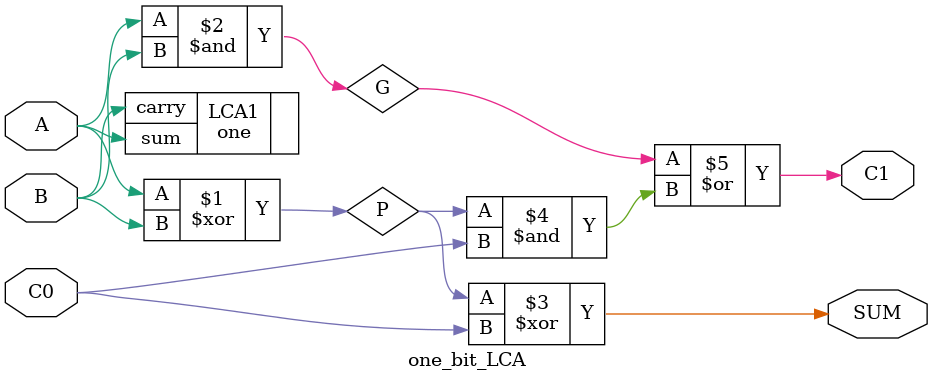
<source format=v>
`timescale 1ns / 1ps
module one_bit_LCA(A, B, C0, C1, SUM);

input A;
input B;
input C0 ;
output SUM ;  // The inputs of this LCA is the output of the carry_maskable_adder so these inputs le lia
output C1 ;					// call that function of one bit cafrry maskable adder/..... 

wire P ;
wire G ;

one LCA1(

.sum(A),  // carry maskable one bit ka "sum" (output) will be the input A in the LCA one bit...
.carry(B)  // carry maskable one bit ka "carry" (output) will be the input B in the LCA one bit..........

);

assign P = A ^B ;
assign G = A &B ;

assign SUM = (P ^C0) ;
assign C1 = (G | P&C0)  ;

endmodule

</source>
